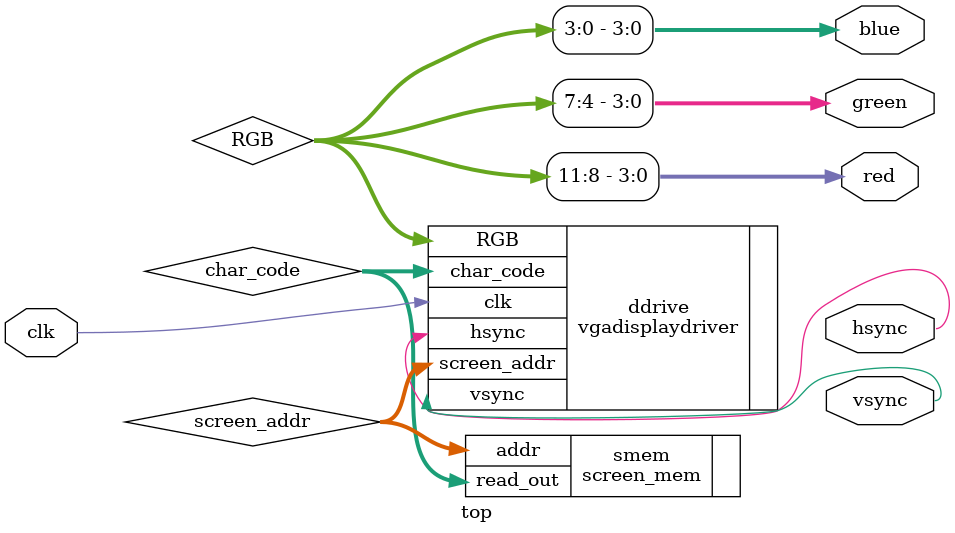
<source format=sv>
`timescale 1ns / 1ps
`default_nettype none

module top#(
    parameter Nloc = 1024,
    parameter Dbits = 12,
    parameter bitmem = "bmem_screentest.mem",
    parameter screenmem = "smem_screentest.mem"
)(
    input wire clk,
    output wire [3:0] red, green, blue,
    output wire hsync, vsync
    );
    
    wire [$clog2(Nloc)-1:0] screen_addr;
    wire [Dbits-1:0] char_code;
    wire [11:0] RGB;
    vgadisplaydriver #(Nloc, Dbits, bitmem) ddrive(.clk(clk), .screen_addr(screen_addr),
        .char_code(char_code), .RGB(RGB), .hsync(hsync), .vsync(vsync));
    screen_mem #(Nloc, Dbits, screenmem) smem(.addr(screen_addr), .read_out(char_code));
    
    assign red = RGB[11:8];
    assign green = RGB[7:4];
    assign blue = RGB[3:0];
    
endmodule

</source>
